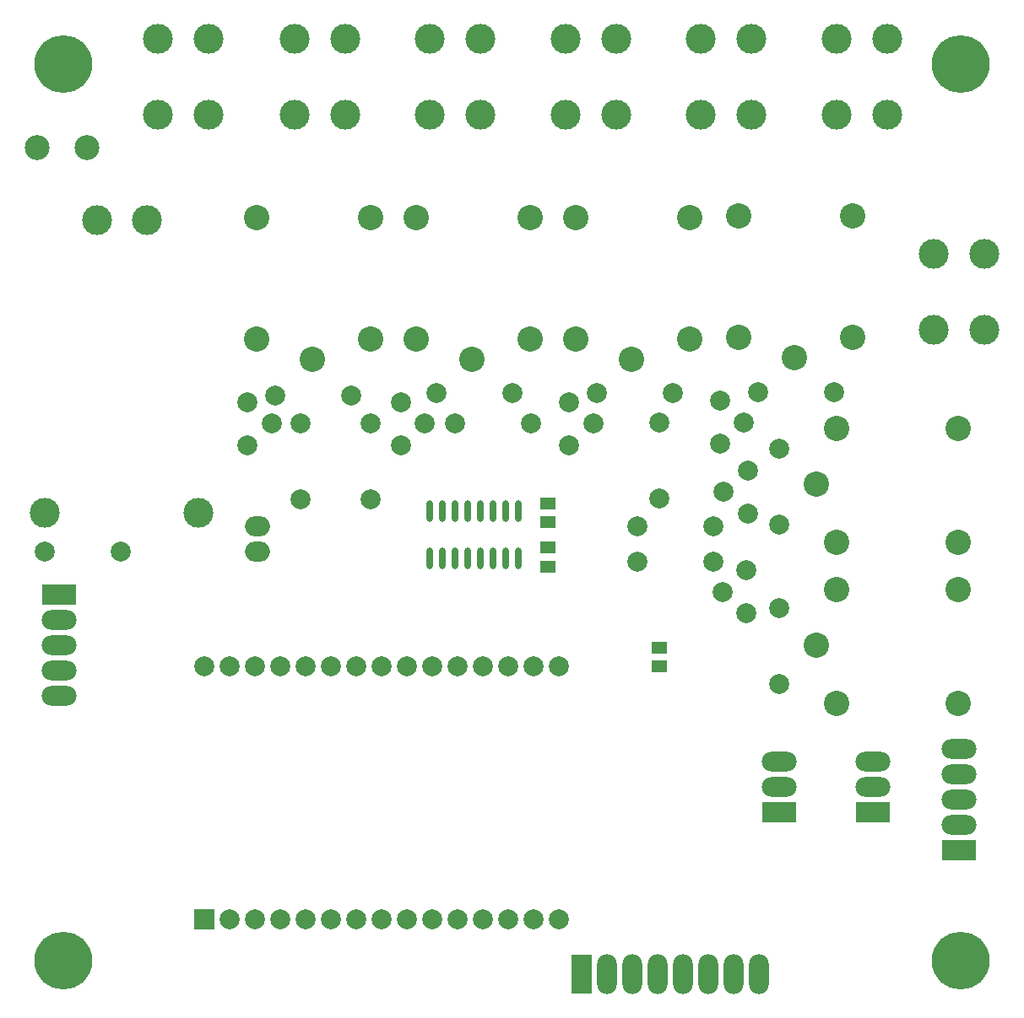
<source format=gbr>
G04*
G04 #@! TF.GenerationSoftware,Altium Limited,Altium Designer,24.3.1 (35)*
G04*
G04 Layer_Color=255*
%FSLAX25Y25*%
%MOIN*%
G70*
G04*
G04 #@! TF.SameCoordinates,46AF65BB-AA63-4F94-AAD3-FE113F2D5473*
G04*
G04*
G04 #@! TF.FilePolarity,Positive*
G04*
G01*
G75*
%ADD19O,0.02362X0.08661*%
%ADD20R,0.05906X0.05118*%
%ADD39C,0.07874*%
%ADD40R,0.07874X0.07874*%
%ADD41C,0.11811*%
%ADD42C,0.10000*%
%ADD43O,0.09843X0.07874*%
%ADD44O,0.13780X0.07874*%
%ADD45R,0.13780X0.07874*%
%ADD46O,0.07874X0.15748*%
%ADD47R,0.07874X0.15748*%
%ADD48O,0.07874X0.15748*%
%ADD49C,0.09843*%
%ADD50C,0.22835*%
D19*
X199500Y197449D02*
D03*
X194500D02*
D03*
X189500D02*
D03*
X184500D02*
D03*
X179500D02*
D03*
X174500D02*
D03*
X169500D02*
D03*
X164500D02*
D03*
X199500Y178551D02*
D03*
X194500D02*
D03*
X189500D02*
D03*
X184500D02*
D03*
X179500D02*
D03*
X174500D02*
D03*
X169500D02*
D03*
X164500D02*
D03*
D20*
X211000Y183000D02*
D03*
Y175520D02*
D03*
Y193000D02*
D03*
Y200480D02*
D03*
X255000Y143500D02*
D03*
Y136020D02*
D03*
D39*
X215500Y136000D02*
D03*
X205500D02*
D03*
X195500D02*
D03*
X185500D02*
D03*
X175500D02*
D03*
X165500D02*
D03*
X155500D02*
D03*
X145500D02*
D03*
X135500D02*
D03*
X125500D02*
D03*
X115500D02*
D03*
X105500D02*
D03*
X95500D02*
D03*
X85500D02*
D03*
X75500D02*
D03*
X215500Y36000D02*
D03*
X205500D02*
D03*
X195500D02*
D03*
X185500D02*
D03*
X175500D02*
D03*
X165500D02*
D03*
X155500D02*
D03*
X145500D02*
D03*
X135500D02*
D03*
X125500D02*
D03*
X115500D02*
D03*
X105500D02*
D03*
X95500D02*
D03*
X85500D02*
D03*
X289500Y174000D02*
D03*
X280000Y165500D02*
D03*
X289500Y157000D02*
D03*
X302500Y159000D02*
D03*
Y129000D02*
D03*
X276500Y177500D02*
D03*
X246500D02*
D03*
X92500Y240500D02*
D03*
X102000Y232000D02*
D03*
X92500Y223500D02*
D03*
X133500Y243000D02*
D03*
X103500D02*
D03*
X113500Y202000D02*
D03*
Y232000D02*
D03*
X153000Y240500D02*
D03*
X162500Y232000D02*
D03*
X153000Y223500D02*
D03*
X141000Y202000D02*
D03*
Y232000D02*
D03*
X197000Y244000D02*
D03*
X167000D02*
D03*
X174500Y232000D02*
D03*
X204500D02*
D03*
X219500Y240500D02*
D03*
X229000Y232000D02*
D03*
X219500Y223500D02*
D03*
X260500Y244000D02*
D03*
X230500D02*
D03*
X255000Y202500D02*
D03*
Y232500D02*
D03*
X279000Y241000D02*
D03*
X288500Y232500D02*
D03*
X279000Y224000D02*
D03*
X324000Y244500D02*
D03*
X294000D02*
D03*
X246500Y191500D02*
D03*
X276500D02*
D03*
X302500Y192000D02*
D03*
Y222000D02*
D03*
X290000Y196500D02*
D03*
X280500Y205000D02*
D03*
X290000Y213500D02*
D03*
X12500Y181500D02*
D03*
X42500D02*
D03*
D40*
X75500Y36000D02*
D03*
D41*
X383500Y299000D02*
D03*
Y269000D02*
D03*
X363500Y299000D02*
D03*
Y269000D02*
D03*
X12528Y196752D02*
D03*
X73157D02*
D03*
X33000Y312500D02*
D03*
X52685D02*
D03*
X77000Y384000D02*
D03*
Y354000D02*
D03*
X57000Y384000D02*
D03*
Y354000D02*
D03*
X131000Y384000D02*
D03*
Y354000D02*
D03*
X111000Y384000D02*
D03*
Y354000D02*
D03*
X184500Y384000D02*
D03*
Y354000D02*
D03*
X164500Y384000D02*
D03*
Y354000D02*
D03*
X238000Y384000D02*
D03*
Y354000D02*
D03*
X218000Y384000D02*
D03*
Y354000D02*
D03*
X291500Y384000D02*
D03*
Y354000D02*
D03*
X271500Y384000D02*
D03*
Y354000D02*
D03*
X345000Y384000D02*
D03*
Y354000D02*
D03*
X325000Y384000D02*
D03*
Y354000D02*
D03*
D42*
Y166500D02*
D03*
Y121500D02*
D03*
X317000Y144500D02*
D03*
X373000Y166500D02*
D03*
Y121500D02*
D03*
Y185000D02*
D03*
Y230000D02*
D03*
X317000Y208000D02*
D03*
X325000Y185000D02*
D03*
Y230000D02*
D03*
X141000Y313500D02*
D03*
X96000D02*
D03*
X118000Y257500D02*
D03*
X141000Y265500D02*
D03*
X96000D02*
D03*
X204000Y313500D02*
D03*
X159000D02*
D03*
X181000Y257500D02*
D03*
X204000Y265500D02*
D03*
X159000D02*
D03*
X267000Y313500D02*
D03*
X222000D02*
D03*
X244000Y257500D02*
D03*
X267000Y265500D02*
D03*
X222000D02*
D03*
X331500Y314000D02*
D03*
X286500D02*
D03*
X308500Y258000D02*
D03*
X331500Y266000D02*
D03*
X286500D02*
D03*
D43*
X96500Y181500D02*
D03*
Y191500D02*
D03*
D44*
X373500Y73500D02*
D03*
Y83500D02*
D03*
Y93500D02*
D03*
Y103500D02*
D03*
X339500Y88500D02*
D03*
Y98500D02*
D03*
X302500Y88500D02*
D03*
Y98500D02*
D03*
X18000Y154500D02*
D03*
Y144500D02*
D03*
Y134500D02*
D03*
Y124500D02*
D03*
D45*
X373500Y63500D02*
D03*
X339500Y78500D02*
D03*
X302500D02*
D03*
X18000Y164500D02*
D03*
D46*
X264500Y14500D02*
D03*
X244500D02*
D03*
X254500D02*
D03*
X284500D02*
D03*
X274500D02*
D03*
X294500D02*
D03*
D47*
X224500D02*
D03*
D48*
X234500D02*
D03*
D49*
X9315Y341000D02*
D03*
X29000D02*
D03*
D50*
X19685Y19685D02*
D03*
Y374016D02*
D03*
X374016D02*
D03*
Y19685D02*
D03*
M02*

</source>
